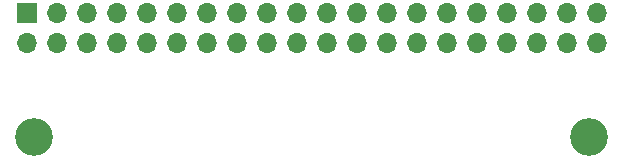
<source format=gbr>
G04 #@! TF.GenerationSoftware,KiCad,Pcbnew,(6.0.9-0)*
G04 #@! TF.CreationDate,2022-12-14T16:06:14+03:00*
G04 #@! TF.ProjectId,pi3_extension_board,7069335f-6578-4746-956e-73696f6e5f62,rev?*
G04 #@! TF.SameCoordinates,Original*
G04 #@! TF.FileFunction,Soldermask,Bot*
G04 #@! TF.FilePolarity,Negative*
%FSLAX46Y46*%
G04 Gerber Fmt 4.6, Leading zero omitted, Abs format (unit mm)*
G04 Created by KiCad (PCBNEW (6.0.9-0)) date 2022-12-14 16:06:14*
%MOMM*%
%LPD*%
G01*
G04 APERTURE LIST*
%ADD10C,3.200000*%
%ADD11O,1.700000X1.700000*%
%ADD12R,1.700000X1.700000*%
G04 APERTURE END LIST*
D10*
X157500000Y-54500000D03*
X110500000Y-54500000D03*
D11*
X158210000Y-46550000D03*
X158210000Y-44010000D03*
X155670000Y-46550000D03*
X155670000Y-44010000D03*
X153130000Y-46550000D03*
X153130000Y-44010000D03*
X150590000Y-46550000D03*
X150590000Y-44010000D03*
X148050000Y-46550000D03*
X148050000Y-44010000D03*
X145510000Y-46550000D03*
X145510000Y-44010000D03*
X142970000Y-46550000D03*
X142970000Y-44010000D03*
X140430000Y-46550000D03*
X140430000Y-44010000D03*
X137890000Y-46550000D03*
X137890000Y-44010000D03*
X135350000Y-46550000D03*
X135350000Y-44010000D03*
X132810000Y-46550000D03*
X132810000Y-44010000D03*
X130270000Y-46550000D03*
X130270000Y-44010000D03*
X127730000Y-46550000D03*
X127730000Y-44010000D03*
X125190000Y-46550000D03*
X125190000Y-44010000D03*
X122650000Y-46550000D03*
X122650000Y-44010000D03*
X120110000Y-46550000D03*
X120110000Y-44010000D03*
X117570000Y-46550000D03*
X117570000Y-44010000D03*
X115030000Y-46550000D03*
X115030000Y-44010000D03*
X112490000Y-46550000D03*
X112490000Y-44010000D03*
X109950000Y-46550000D03*
D12*
X109950000Y-44010000D03*
M02*

</source>
